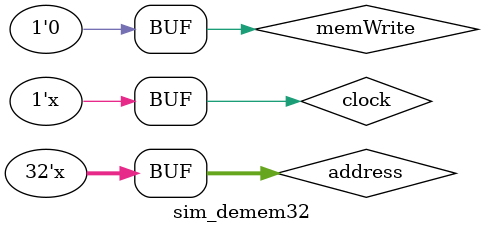
<source format=v>
`timescale 1ns / 1ps


module sim_demem32();
    wire[31:0] read_data;
    
    reg[31:0] address = 32'h00000014;
    reg write_data;
    
    reg clock = 1'b1;
    reg memWrite = 1'b0;
    
    dmemory32 mem (read_data, address, write_data, memWrite, clock);
    
    initial begin
    
    end
    
    always #10 clock = ~clock;
    
    always #40 address = address + 4;
endmodule

</source>
